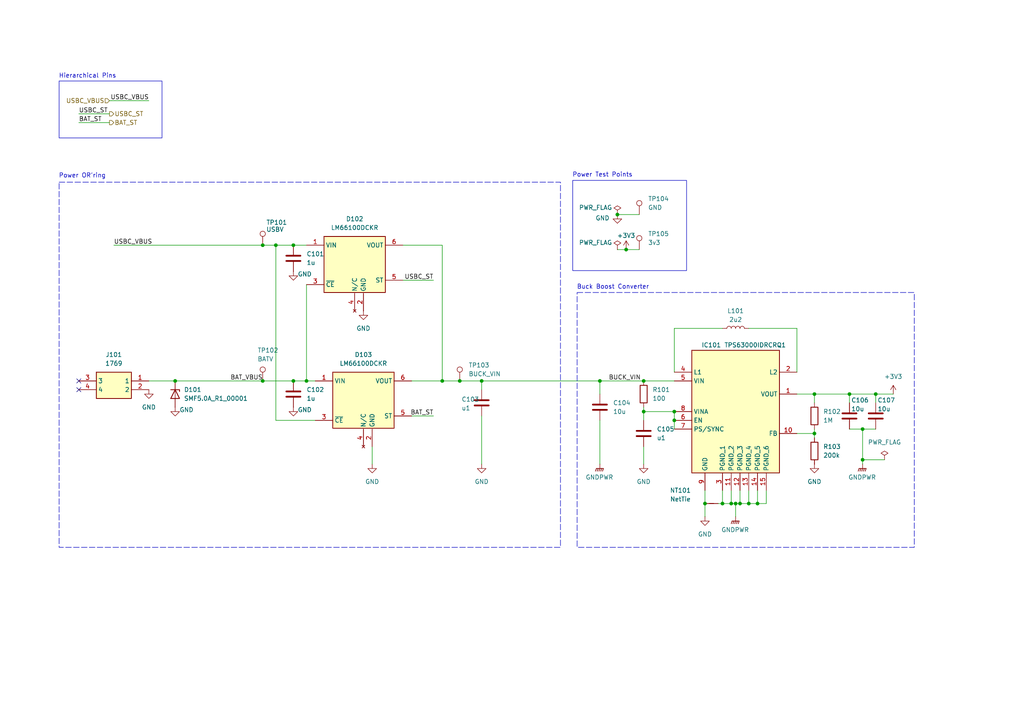
<source format=kicad_sch>
(kicad_sch (version 20250114) (generator "eeschema") (generator_version "9.0")
  (paper "A4")
  (lib_symbols
    (symbol "Connector:TestPoint" (pin_numbers (hide yes)) (pin_names (offset 0.762) (hide yes))
      (property "Reference" "TP" (at 0 6.858 0))
      (property "Value" "TestPoint" (at 0 5.08 0))
      (symbol "TestPoint_0_1"
        (circle (center 0 3.302) (radius 0.762))
      )
      (symbol "TestPoint_1_1"
        (pin passive line (at 0 0 90) (length 2.54) (name "1") (number "1"))
      )
    )
    (symbol "Device:C" (pin_numbers (hide yes)) (pin_names (offset 0.254))
      (property "Reference" "C" (at 0.635 2.54 0))
      (property "Value" "C" (at 0.635 -2.54 0))
      (symbol "C_0_1"
        (polyline (pts (xy -2.032 0.762) (xy 2.032 0.762)) (stroke (width 0.508)))
        (polyline (pts (xy -2.032 -0.762) (xy 2.032 -0.762)) (stroke (width 0.508)))
      )
      (symbol "C_1_1"
        (pin passive line (at 0 3.81 270) (length 2.794) (name "~") (number "1"))
        (pin passive line (at 0 -3.81 90) (length 2.794) (name "~") (number "2"))
      )
    )
    (symbol "Device:D_Zener" (pin_numbers (hide yes)) (pin_names (offset 1.016) (hide yes))
      (property "Reference" "D" (at 0 2.54 0))
      (property "Value" "D_Zener" (at 0 -2.54 0))
      (symbol "D_Zener_0_1"
        (polyline (pts (xy -1.27 -1.27) (xy -1.27 1.27) (xy -0.762 1.27)) (stroke (width 0.254)))
        (polyline (pts (xy 1.27 0) (xy -1.27 0)))
        (polyline (pts (xy 1.27 -1.27) (xy 1.27 1.27) (xy -1.27 0) (xy 1.27 -1.27)) (stroke (width 0.254)))
      )
      (symbol "D_Zener_1_1"
        (pin passive line (at -3.81 0 0) (length 2.54) (name "K") (number "1"))
        (pin passive line (at 3.81 0 180) (length 2.54) (name "A") (number "2"))
      )
    )
    (symbol "Device:L" (pin_numbers (hide yes)) (pin_names (offset 1.016) (hide yes))
      (property "Reference" "L" (at -1.27 0 90))
      (property "Value" "L" (at 1.905 0 90))
      (symbol "L_0_1"
        (arc (start 0 2.54) (mid 0.6323 1.905) (end 0 1.27))
        (arc (start 0 1.27) (mid 0.6323 0.635) (end 0 0))
        (arc (start 0 0) (mid 0.6323 -0.635) (end 0 -1.27))
        (arc (start 0 -1.27) (mid 0.6323 -1.905) (end 0 -2.54))
      )
      (symbol "L_1_1"
        (pin passive line (at 0 3.81 270) (length 1.27) (name "1") (number "1"))
        (pin passive line (at 0 -3.81 90) (length 1.27) (name "2") (number "2"))
      )
    )
    (symbol "Device:R" (pin_numbers (hide yes)) (pin_names (offset 0))
      (property "Reference" "R" (at 2.032 0 90))
      (property "Value" "R" (at 0 0 90))
      (symbol "R_0_1"
        (rectangle (start -1.016 -2.54) (end 1.016 2.54) (stroke (width 0.254)))
      )
      (symbol "R_1_1"
        (pin passive line (at 0 3.81 270) (length 1.27) (name "~") (number "1"))
        (pin passive line (at 0 -3.81 90) (length 1.27) (name "~") (number "2"))
      )
    )
    (symbol "SamacSys_Parts:1769"
      (property "Reference" "J" (at 16.51 7.62 0))
      (property "Value" "1769" (at 16.51 5.08 0))
      (symbol "1769_1_1"
        (rectangle (start 5.08 2.54) (end 15.24 -5.08) (stroke (width 0.254)) (fill (type background)))
        (pin passive line (at 0 0 0) (length 5.08) (name "3") (number "3"))
        (pin passive line (at 0 -2.54 0) (length 5.08) (name "4") (number "4"))
        (pin passive line (at 20.32 0 180) (length 5.08) (name "1") (number "1"))
        (pin passive line (at 20.32 -2.54 180) (length 5.08) (name "2") (number "2"))
      )
    )
    (symbol "SamacSys_Parts:LM66100DCKR"
      (property "Reference" "D" (at 24.13 7.62 0))
      (property "Value" "LM66100DCKR" (at 24.13 5.08 0))
      (symbol "LM66100DCKR_1_1"
        (rectangle (start 5.08 2.54) (end 22.86 -13.716) (stroke (width 0.254)) (fill (type background)))
        (pin passive line (at 0 0 0) (length 5.08) (name "VIN") (number "1"))
        (pin passive line (at 0 -11.43 0) (length 5.08) (name "~{CE}") (number "3"))
        (pin no_connect line (at 13.97 -19.05 90) (length 5.08) (name "N/C") (number "4"))
        (pin passive line (at 16.51 -19.05 90) (length 5.08) (name "GND") (number "2"))
        (pin passive line (at 27.94 0 180) (length 5.08) (name "VOUT") (number "6"))
        (pin passive line (at 27.94 -10.16 180) (length 5.08) (name "ST") (number "5"))
      )
    )
    (symbol "SamacSys_Parts:NetTie" (pin_numbers (hide yes)) (pin_names (offset 0) (hide yes)) (in_bom no)
      (property "Reference" "NT" (at -0.508 1.27 0))
      (property "Value" "NetTie" (at -0.508 -1.27 0))
      (symbol "NetTie_1_1"
        (pin passive line (at -2.54 0 0) (length 2.54) (name "1") (number "1"))
        (pin passive line (at 1.27 0 180) (length 2.54) (name "2") (number "2"))
      )
    )
    (symbol "SamacSys_Parts:TPS63000IDRCRQ1"
      (property "Reference" "IC" (at 8.89 17.272 0))
      (property "Value" "TPS63000IDRCRQ1" (at 8.89 14.732 0))
      (symbol "TPS63000IDRCRQ1_1_1"
        (rectangle (start 5.08 12.7) (end 30.48 -22.86) (stroke (width 0.254)) (fill (type background)))
        (pin passive line (at 0 6.35 0) (length 5.08) (name "L1") (number "4"))
        (pin passive line (at 0 3.81 0) (length 5.08) (name "VIN") (number "5"))
        (pin passive line (at 0 -5.08 0) (length 5.08) (name "VINA") (number "8"))
        (pin passive line (at 0 -7.62 0) (length 5.08) (name "EN") (number "6"))
        (pin passive line (at 0 -10.16 0) (length 5.08) (name "PS/SYNC") (number "7"))
        (pin passive line (at 8.89 -27.94 90) (length 5.08) (name "GND") (number "9"))
        (pin passive line (at 13.97 -27.94 90) (length 5.08) (name "PGND_1") (number "3"))
        (pin passive line (at 16.51 -27.94 90) (length 5.08) (name "PGND_2") (number "11"))
        (pin passive line (at 19.05 -27.94 90) (length 5.08) (name "PGND_3") (number "12"))
        (pin passive line (at 21.59 -27.94 90) (length 5.08) (name "PGND_4") (number "13"))
        (pin passive line (at 24.13 -27.94 90) (length 5.08) (name "PGND_5") (number "14"))
        (pin passive line (at 26.67 -27.94 90) (length 5.08) (name "PGND_6") (number "15"))
        (pin passive line (at 35.56 6.35 180) (length 5.08) (name "L2") (number "2"))
        (pin passive line (at 35.56 0 180) (length 5.08) (name "VOUT") (number "1"))
        (pin passive line (at 35.56 -11.43 180) (length 5.08) (name "FB") (number "10"))
      )
    )
    (symbol "power:+3V3" (power) (pin_numbers (hide yes)) (pin_names (offset 0) (hide yes))
      (property "Value" "+3V3" (at 0 3.556 0))
      (symbol "+3V3_0_1"
        (polyline (pts (xy -0.762 1.27) (xy 0 2.54)))
        (polyline (pts (xy 0 2.54) (xy 0.762 1.27)))
        (polyline (pts (xy 0 0) (xy 0 2.54)))
      )
      (symbol "+3V3_1_1"
        (pin power_in line (at 0 0 90) (length 0) (name "~") (number "1"))
      )
    )
    (symbol "power:GND" (power) (pin_numbers (hide yes)) (pin_names (offset 0) (hide yes))
      (property "Value" "GND" (at 0 -3.81 0))
      (symbol "GND_0_1"
        (polyline (pts (xy 0 0) (xy 0 -1.27) (xy 1.27 -1.27) (xy 0 -2.54) (xy -1.27 -1.27) (xy 0 -1.27)))
      )
      (symbol "GND_1_1"
        (pin power_in line (at 0 0 270) (length 0) (name "~") (number "1"))
      )
    )
    (symbol "power:GNDPWR" (power) (pin_numbers (hide yes)) (pin_names (offset 0) (hide yes))
      (property "Value" "GNDPWR" (at 0 -3.302 0))
      (symbol "GNDPWR_0_1"
        (polyline (pts (xy -1.016 -1.27) (xy -1.27 -2.032) (xy -1.27 -2.032)) (stroke (width 0.2032)))
        (polyline (pts (xy -0.508 -1.27) (xy -0.762 -2.032) (xy -0.762 -2.032)) (stroke (width 0.2032)))
        (polyline (pts (xy 0 -1.27) (xy 0 0)))
        (polyline (pts (xy 0 -1.27) (xy -0.254 -2.032) (xy -0.254 -2.032)) (stroke (width 0.2032)))
        (polyline (pts (xy 0.508 -1.27) (xy 0.254 -2.032) (xy 0.254 -2.032)) (stroke (width 0.2032)))
        (polyline (pts (xy 1.016 -1.27) (xy -1.016 -1.27) (xy -1.016 -1.27)) (stroke (width 0.2032)))
        (polyline (pts (xy 1.016 -1.27) (xy 0.762 -2.032) (xy 0.762 -2.032) (xy 0.762 -2.032)) (stroke (width 0.2032)))
      )
      (symbol "GNDPWR_1_1"
        (pin power_in line (at 0 0 270) (length 0) (name "~") (number "1"))
      )
    )
    (symbol "power:PWR_FLAG" (power) (pin_numbers (hide yes)) (pin_names (offset 0) (hide yes))
      (property "Value" "PWR_FLAG" (at 0 3.81 0))
      (symbol "PWR_FLAG_0_0"
        (pin power_out line (at 0 0 90) (length 0) (name "~") (number "1"))
      )
      (symbol "PWR_FLAG_0_1"
        (polyline (pts (xy 0 0) (xy 0 1.27) (xy -1.016 1.905) (xy 0 2.54) (xy 1.016 1.905) (xy 0 1.27)))
      )
    )
  )
  (rectangle (start 167.386 84.836) (end 265.176 158.75) (stroke (width 0) (type dash)))
  (rectangle (start 17.145 52.832) (end 162.56 158.75) (stroke (width 0) (type dash)))
  (rectangle (start 17.145 23.495) (end 46.99 40.005))
  (rectangle (start 166.116 52.324) (end 199.136 78.486))
  (text "Power Test Points" (at 174.752 50.8 0) (effects (font (size 1.27 1.27))))
  (text "Buck Boost Converter" (at 177.8 83.312 0) (effects (font (size 1.27 1.27))))
  (text "Power OR'ring" (at 23.876 51.054 0) (effects (font (size 1.27 1.27))))
  (text "Hierarchical Pins" (at 25.4 22.098 0) (effects (font (size 1.27 1.27))))
  (junction (at 181.61 72.39))
  (junction (at 186.69 110.49))
  (junction (at 214.63 146.05))
  (junction (at 250.19 133.35))
  (junction (at 128.27 110.49))
  (junction (at 254 114.3))
  (junction (at 213.36 146.05))
  (junction (at 236.22 125.73))
  (junction (at 139.7 110.49))
  (junction (at 219.71 146.05))
  (junction (at 133.35 110.49))
  (junction (at 179.07 62.23))
  (junction (at 236.22 114.3))
  (junction (at 209.55 146.05))
  (junction (at 204.47 146.05))
  (junction (at 246.38 114.3))
  (junction (at 85.09 110.49))
  (junction (at 195.58 121.92))
  (junction (at 186.69 119.38))
  (junction (at 76.2 71.12))
  (junction (at 50.8 110.49))
  (junction (at 88.9 110.49))
  (junction (at 173.99 110.49))
  (junction (at 250.19 124.46))
  (junction (at 76.2 110.49))
  (junction (at 80.01 71.12))
  (junction (at 212.09 146.05))
  (junction (at 217.17 146.05))
  (junction (at 195.58 119.38))
  (junction (at 85.09 71.12))
  (no_connect (at 22.86 110.49))
  (no_connect (at 22.86 113.03))
  (wire (pts (xy 181.61 72.39) (xy 185.42 72.39)))
  (wire (pts (xy 186.69 110.49) (xy 195.58 110.49)))
  (wire (pts (xy 254 114.3) (xy 254 116.84)))
  (wire (pts (xy 214.63 146.05) (xy 217.17 146.05)))
  (wire (pts (xy 128.27 71.12) (xy 128.27 110.49)))
  (wire (pts (xy 250.19 134.62) (xy 250.19 133.35)))
  (wire (pts (xy 204.47 142.24) (xy 204.47 146.05)))
  (wire (pts (xy 88.9 82.55) (xy 88.9 110.49)))
  (wire (pts (xy 250.19 124.46) (xy 254 124.46)))
  (wire (pts (xy 85.09 110.49) (xy 88.9 110.49)))
  (wire (pts (xy 195.58 95.25) (xy 195.58 107.95)))
  (wire (pts (xy 22.86 35.56) (xy 31.75 35.56)))
  (wire (pts (xy 195.58 119.38) (xy 186.69 119.38)))
  (wire (pts (xy 209.55 95.25) (xy 195.58 95.25)))
  (wire (pts (xy 212.09 146.05) (xy 209.55 146.05)))
  (wire (pts (xy 231.14 125.73) (xy 236.22 125.73)))
  (wire (pts (xy 80.01 121.92) (xy 91.44 121.92)))
  (wire (pts (xy 119.38 110.49) (xy 128.27 110.49)))
  (wire (pts (xy 139.7 120.65) (xy 139.7 134.62)))
  (wire (pts (xy 246.38 124.46) (xy 250.19 124.46)))
  (wire (pts (xy 213.36 146.05) (xy 212.09 146.05)))
  (wire (pts (xy 236.22 124.46) (xy 236.22 125.73)))
  (wire (pts (xy 236.22 114.3) (xy 246.38 114.3)))
  (wire (pts (xy 179.07 62.23) (xy 185.42 62.23)))
  (wire (pts (xy 76.2 110.49) (xy 85.09 110.49)))
  (wire (pts (xy 50.8 110.49) (xy 76.2 110.49)))
  (wire (pts (xy 236.22 114.3) (xy 231.14 114.3)))
  (wire (pts (xy 212.09 146.05) (xy 212.09 142.24)))
  (wire (pts (xy 80.01 121.92) (xy 80.01 71.12)))
  (wire (pts (xy 236.22 116.84) (xy 236.22 114.3)))
  (wire (pts (xy 236.22 125.73) (xy 236.22 127)))
  (wire (pts (xy 85.09 71.12) (xy 88.9 71.12)))
  (wire (pts (xy 22.86 33.02) (xy 31.75 33.02)))
  (wire (pts (xy 88.9 110.49) (xy 91.44 110.49)))
  (wire (pts (xy 186.69 119.38) (xy 186.69 121.92)))
  (wire (pts (xy 208.28 146.05) (xy 209.55 146.05)))
  (wire (pts (xy 219.71 146.05) (xy 219.71 142.24)))
  (wire (pts (xy 209.55 146.05) (xy 209.55 142.24)))
  (wire (pts (xy 214.63 146.05) (xy 214.63 142.24)))
  (wire (pts (xy 43.18 110.49) (xy 50.8 110.49)))
  (wire (pts (xy 213.36 146.05) (xy 214.63 146.05)))
  (wire (pts (xy 186.69 134.62) (xy 186.69 129.54)))
  (wire (pts (xy 254 114.3) (xy 259.08 114.3)))
  (wire (pts (xy 116.84 81.28) (xy 125.73 81.28)))
  (wire (pts (xy 128.27 71.12) (xy 116.84 71.12)))
  (wire (pts (xy 80.01 71.12) (xy 85.09 71.12)))
  (wire (pts (xy 186.69 118.11) (xy 186.69 119.38)))
  (wire (pts (xy 250.19 133.35) (xy 250.19 124.46)))
  (wire (pts (xy 179.07 72.39) (xy 181.61 72.39)))
  (wire (pts (xy 231.14 107.95) (xy 231.14 95.25)))
  (wire (pts (xy 173.99 134.62) (xy 173.99 121.92)))
  (wire (pts (xy 222.25 146.05) (xy 219.71 146.05)))
  (wire (pts (xy 133.35 110.49) (xy 139.7 110.49)))
  (wire (pts (xy 173.99 110.49) (xy 186.69 110.49)))
  (wire (pts (xy 119.38 120.65) (xy 125.73 120.65)))
  (wire (pts (xy 217.17 146.05) (xy 219.71 146.05)))
  (wire (pts (xy 195.58 121.92) (xy 195.58 124.46)))
  (wire (pts (xy 250.19 133.35) (xy 256.54 133.35)))
  (wire (pts (xy 43.18 29.21) (xy 31.75 29.21)))
  (wire (pts (xy 246.38 114.3) (xy 254 114.3)))
  (wire (pts (xy 139.7 110.49) (xy 173.99 110.49)))
  (wire (pts (xy 246.38 116.84) (xy 246.38 114.3)))
  (wire (pts (xy 217.17 146.05) (xy 217.17 142.24)))
  (wire (pts (xy 107.95 134.62) (xy 107.95 129.54)))
  (wire (pts (xy 128.27 110.49) (xy 133.35 110.49)))
  (wire (pts (xy 222.25 142.24) (xy 222.25 146.05)))
  (wire (pts (xy 173.99 114.3) (xy 173.99 110.49)))
  (wire (pts (xy 231.14 95.25) (xy 217.17 95.25)))
  (wire (pts (xy 76.2 71.12) (xy 80.01 71.12)))
  (wire (pts (xy 204.47 146.05) (xy 204.47 149.86)))
  (wire (pts (xy 33.02 71.12) (xy 76.2 71.12)))
  (wire (pts (xy 139.7 113.03) (xy 139.7 110.49)))
  (wire (pts (xy 195.58 119.38) (xy 195.58 121.92)))
  (wire (pts (xy 213.36 146.05) (xy 213.36 149.86)))
  (label "BAT_ST" (at 22.86 35.56 0))
  (label "BAT_VBUS" (at 76.2 110.49 180))
  (label "USBC_VBUS" (at 43.18 29.21 180))
  (label "USBC_ST" (at 125.73 81.28 180))
  (label "USBC_ST" (at 22.86 33.02 0))
  (label "BUCK_VIN" (at 176.53 110.49 0))
  (label "BAT_ST" (at 125.73 120.65 180))
  (label "USBC_VBUS" (at 33.02 71.12 0))
  (hierarchical_label "USBC_VBUS" (shape input) (at 31.75 29.21 180))
  (hierarchical_label "BAT_ST" (shape output) (at 31.75 35.56 0))
  (hierarchical_label "USBC_ST" (shape output) (at 31.75 33.02 0))
  (symbol (lib_id "power:GND") (at 85.09 78.74 0) (unit 1)
    (property "Reference" "#PWR0107" (effects (hide yes)))
    (property "Value" "GND" (at 88.392 79.502 0))
    (property "Description" "Power symbol creates a global label with name \"GND\" , ground" (effects (hide yes)))
  )
  (symbol (lib_id "power:PWR_FLAG") (at 179.07 62.23 0) (unit 1)
    (property "Reference" "#FLG0101" (effects (hide yes)))
    (property "Value" "PWR_FLAG" (at 172.72 60.198 0))
    (property "Description" "Special symbol for telling ERC where power comes from" (effects (hide yes)))
  )
  (symbol (lib_id "power:GND") (at 50.8 118.11 0) (unit 1)
    (property "Reference" "#PWR0106" (effects (hide yes)))
    (property "Value" "GND" (at 54.102 118.872 0))
    (property "Description" "Power symbol creates a global label with name \"GND\" , ground" (effects (hide yes)))
  )
  (symbol (lib_id "Connector:TestPoint") (at 185.42 62.23 0) (unit 1)
    (property "Reference" "TP104" (at 187.96 57.6579 0) (effects (justify left)))
    (property "Value" "GND" (at 187.96 60.1979 0) (effects (justify left)))
    (property "Footprint" "TestPoint:TestPoint_Pad_1.0x1.0mm" (effects (hide yes)))
    (property "Description" "test point" (effects (hide yes)))
  )
  (symbol (lib_id "Device:R") (at 236.22 120.65 0) (unit 1)
    (property "Reference" "R102" (at 238.76 119.3799 0) (effects (justify left)))
    (property "Value" "1M" (at 238.76 121.9199 0) (effects (justify left)))
    (property "Footprint" "Resistor_SMD:R_0603_1608Metric" (effects (hide yes)))
    (property "Datasheet" "https://www.rohm.com/datasheet?p=SFR03EZPJ&dist=Mouser&media=referral&source=mouser.com&campaign=Mouser" (effects (hide yes)))
    (property "Description" "Resistor" (effects (hide yes)))
    (property "Mouser Part Number" "755-SFR03EZPJ105" (effects (hide yes)))
    (property "Mouser Price/Stock" "https://www.mouser.com/ProductDetail/ROHM-Semiconductor/SFR03EZPJ105?qs=sGAEpiMZZMvdGkrng054t7z4BkURc4Lzl1WyxFadKNwUJSL%2FdgazDw%3D%3D" (effects (hide yes)))
  )
  (symbol (lib_id "power:GND") (at 85.09 118.11 0) (unit 1)
    (property "Reference" "#PWR0108" (effects (hide yes)))
    (property "Value" "GND" (at 88.392 118.872 0))
    (property "Description" "Power symbol creates a global label with name \"GND\" , ground" (effects (hide yes)))
  )
  (symbol (lib_id "Device:R") (at 186.69 114.3 0) (unit 1)
    (property "Reference" "R101" (at 189.23 113.0299 0) (effects (justify left)))
    (property "Value" "100" (at 189.23 115.5699 0) (effects (justify left)))
    (property "Footprint" "SamacSys_Parts:RESC1608X55N" (effects (hide yes)))
    (property "Datasheet" "https://componentsearchengine.com//ESR03EZPF1000.pdf" (effects (hide yes)))
    (property "Description" "Thick Film Resistors - SMD 0603 100ohm 1% Anti Surge AEC-Q200" (effects (hide yes)))
    (property "Height" "0.55" (effects (hide yes)))
    (property "Mouser Part Number" "755-ESR03EZPF1000" (effects (hide yes)))
    (property "Mouser Price/Stock" "https://www.mouser.co.uk/ProductDetail/ROHM-Semiconductor/ESR03EZPF1000?qs=493kPxzlxfJdLkJZpX4ByA%3D%3D" (effects (hide yes)))
    (property "Manufacturer_Name" "ROHM Semiconductor" (effects (hide yes)))
    (property "Manufacturer_Part_Number" "ESR03EZPF1000" (effects (hide yes)))
  )
  (symbol (lib_id "power:GND") (at 105.41 90.17 0) (unit 1)
    (property "Reference" "#PWR0109" (effects (hide yes)))
    (property "Value" "GND" (at 105.41 95.25 0))
    (property "Description" "Power symbol creates a global label with name \"GND\" , ground" (effects (hide yes)))
  )
  (symbol (lib_id "power:GND") (at 43.18 113.03 0) (unit 1)
    (property "Reference" "#PWR0105" (effects (hide yes)))
    (property "Value" "GND" (at 43.18 118.11 0))
    (property "Description" "Power symbol creates a global label with name \"GND\" , ground" (effects (hide yes)))
  )
  (symbol (lib_id "Device:C") (at 85.09 74.93 0) (unit 1)
    (property "Reference" "C101" (at 88.9 73.6599 0) (effects (justify left)))
    (property "Value" "1u" (at 88.9 76.1999 0) (effects (justify left)))
    (property "Footprint" "SamacSys_Parts:CAPC2012X135N" (effects (hide yes)))
    (property "Description" "Unpolarized capacitor" (effects (hide yes)))
    (property "Height" "1.35" (effects (hide yes)))
    (property "Mouser Part Number" "791-0805X105K160CT" (effects (hide yes)))
    (property "Mouser Price/Stock" "https://www.mouser.co.uk/ProductDetail/Walsin/0805X105K160CT?qs=wUXugUrL1qxMXFrDyyDE9A%3D%3D" (effects (hide yes)))
    (property "Manufacturer_Name" "Walsin Technology Corporation" (effects (hide yes)))
    (property "Manufacturer_Part_Number" "0805X105K160CT" (effects (hide yes)))
  )
  (symbol (lib_id "power:GND") (at 179.07 62.23 0) (unit 1)
    (property "Reference" "#PWR0113" (effects (hide yes)))
    (property "Value" "GND" (at 174.752 63.246 0))
    (property "Description" "Power symbol creates a global label with name \"GND\" , ground" (effects (hide yes)))
  )
  (symbol (lib_id "power:GNDPWR") (at 250.19 134.62 0) (unit 1)
    (property "Reference" "#PWR0119" (effects (hide yes)))
    (property "Value" "GNDPWR" (at 250.063 138.43 0))
    (property "Description" "Power symbol creates a global label with name \"GNDPWR\" , global ground" (effects (hide yes)))
  )
  (symbol (lib_id "Connector:TestPoint") (at 76.2 110.49 0) (unit 1)
    (property "Reference" "TP102" (at 74.676 101.6 0) (effects (justify left)))
    (property "Value" "BATV" (at 74.676 104.14 0) (effects (justify left)))
    (property "Footprint" "TestPoint:TestPoint_Pad_1.0x1.0mm" (effects (hide yes)))
    (property "Description" "test point" (effects (hide yes)))
  )
  (symbol (lib_id "power:GND") (at 107.95 134.62 0) (unit 1)
    (property "Reference" "#PWR0110" (effects (hide yes)))
    (property "Value" "GND" (at 107.95 139.7 0))
    (property "Description" "Power symbol creates a global label with name \"GND\" , ground" (effects (hide yes)))
  )
  (symbol (lib_id "Device:C") (at 139.7 116.84 0) (unit 1)
    (property "Reference" "C103" (at 133.858 115.824 0) (effects (justify left)))
    (property "Value" "u1" (at 133.858 118.364 0) (effects (justify left)))
    (property "Footprint" "SamacSys_Parts:MAJx16" (effects (hide yes)))
    (property "Description" "Unpolarized capacitor" (effects (hide yes)))
    (property "Manufacturer_Name" "TAIYO YUDEN" (effects (hide yes)))
    (property "Manufacturer_Part_Number" "MAJCH168BB7104KTEA01" (effects (hide yes)))
    (property "Mouser Part Number" "963-MAJCH168BB7104KT" (effects (hide yes)))
    (property "Mouser Price/Stock" "https://www.mouser.co.uk/ProductDetail/TAIYO-YUDEN/MAJCH168BB7104KTEA01?qs=ZcfC38r4PovaTBrG0IdezQ%3D%3D" (effects (hide yes)))
  )
  (symbol (lib_id "power:PWR_FLAG") (at 256.54 133.35 0) (unit 1)
    (property "Reference" "#FLG0103" (effects (hide yes)))
    (property "Value" "PWR_FLAG" (at 256.54 128.27 0))
    (property "Description" "Special symbol for telling ERC where power comes from" (effects (hide yes)))
  )
  (symbol (lib_id "SamacSys_Parts:LM66100DCKR") (at 88.9 71.12 0) (unit 1)
    (property "Reference" "D102" (at 102.87 63.5 0))
    (property "Value" "LM66100DCKR" (at 102.87 66.04 0))
    (property "Footprint" "SamacSys_Parts:SOP65P210X110-6N" (effects (hide yes)))
    (property "Datasheet" "http://www.ti.com/lit/gpn/LM66100" (effects (hide yes)))
    (property "Description" "+/-6-V, Low IQ ideal diode with input polarity protection" (effects (hide yes)))
    (property "Height" "1.1" (effects (hide yes)))
    (property "Mouser Part Number" "595-LM66100DCKR" (effects (hide yes)))
    (property "Mouser Price/Stock" "https://www.mouser.co.uk/ProductDetail/Texas-Instruments/LM66100DCKR?qs=vLWxofP3U2y2yPPrXoBBoA%3D%3D" (effects (hide yes)))
    (property "Manufacturer_Name" "Texas Instruments" (effects (hide yes)))
    (property "Manufacturer_Part_Number" "LM66100DCKR" (effects (hide yes)))
  )
  (symbol (lib_id "power:PWR_FLAG") (at 179.07 72.39 0) (unit 1)
    (property "Reference" "#FLG0102" (effects (hide yes)))
    (property "Value" "PWR_FLAG" (at 172.72 70.358 0))
    (property "Description" "Special symbol for telling ERC where power comes from" (effects (hide yes)))
  )
  (symbol (lib_id "power:GND") (at 236.22 134.62 0) (unit 1)
    (property "Reference" "#PWR0118" (effects (hide yes)))
    (property "Value" "GND" (at 236.22 139.7 0))
    (property "Description" "Power symbol creates a global label with name \"GND\" , ground" (effects (hide yes)))
  )
  (symbol (lib_id "Device:C") (at 85.09 114.3 0) (unit 1)
    (property "Reference" "C102" (at 88.9 113.0299 0) (effects (justify left)))
    (property "Value" "1u" (at 88.9 115.5699 0) (effects (justify left)))
    (property "Footprint" "SamacSys_Parts:CAPC2012X135N" (effects (hide yes)))
    (property "Description" "Unpolarized capacitor" (effects (hide yes)))
    (property "Height" "1.35" (effects (hide yes)))
    (property "Mouser Part Number" "791-0805X105K160CT" (effects (hide yes)))
    (property "Mouser Price/Stock" "https://www.mouser.co.uk/ProductDetail/Walsin/0805X105K160CT?qs=wUXugUrL1qxMXFrDyyDE9A%3D%3D" (effects (hide yes)))
    (property "Manufacturer_Name" "Walsin Technology Corporation" (effects (hide yes)))
    (property "Manufacturer_Part_Number" "0805X105K160CT" (effects (hide yes)))
  )
  (symbol (lib_id "Device:C") (at 246.38 120.65 0) (unit 1)
    (property "Reference" "C106" (at 246.888 116.078 0) (effects (justify left)))
    (property "Value" "10u" (at 246.888 118.618 0) (effects (justify left)))
    (property "Footprint" "SamacSys_Parts:CAPC1608X80N" (effects (hide yes)))
    (property "Datasheet" "https://product.tdk.com/info/en/catalog/datasheets/mlcc_commercial_midvoltage_en.pdf" (effects (hide yes)))
    (property "Description" "Multilayer Ceramic Capacitors MLCC - SMD/SMT Commercial Grade,MLCC,0603,X7T,10V,10uF,+/-20%,0.8mm" (effects (hide yes)))
    (property "Height" "0.8" (effects (hide yes)))
    (property "Mouser Part Number" "810-C1608X7T1A106M08" (effects (hide yes)))
    (property "Mouser Price/Stock" "https://www.mouser.co.uk/ProductDetail/TDK/C1608X7T1A106M080AC?qs=Vi0JKjFBtYk5DbkZB9qYvg%3D%3D" (effects (hide yes)))
    (property "Manufacturer_Name" "TDK" (effects (hide yes)))
    (property "Manufacturer_Part_Number" "C1608X7T1A106M080AC" (effects (hide yes)))
  )
  (symbol (lib_id "Connector:TestPoint") (at 76.2 71.12 0) (unit 1)
    (property "Reference" "TP101" (at 77.216 64.516 0) (effects (justify left)))
    (property "Value" "USBV" (at 77.216 66.548 0) (effects (justify left)))
    (property "Footprint" "TestPoint:TestPoint_Pad_1.0x1.0mm" (effects (hide yes)))
    (property "Description" "test point" (effects (hide yes)))
  )
  (symbol (lib_id "power:GNDPWR") (at 213.36 149.86 0) (unit 1)
    (property "Reference" "#PWR0117" (effects (hide yes)))
    (property "Value" "GNDPWR" (at 213.233 153.67 0))
    (property "Description" "Power symbol creates a global label with name \"GNDPWR\" , global ground" (effects (hide yes)))
  )
  (symbol (lib_id "power:GND") (at 204.47 149.86 0) (unit 1)
    (property "Reference" "#PWR0116" (effects (hide yes)))
    (property "Value" "GND" (at 204.47 154.94 0))
    (property "Description" "Power symbol creates a global label with name \"GND\" , ground" (effects (hide yes)))
  )
  (symbol (lib_id "Device:D_Zener") (at 50.8 114.3 270) (unit 1)
    (property "Reference" "D101" (at 53.34 113.0299 90) (effects (justify left)))
    (property "Value" "SMF5.0A_R1_00001" (at 53.34 115.5699 90) (effects (justify left)))
    (property "Footprint" "SamacSys_Parts:SMF50A_R1_00001" (effects (hide yes)))
    (property "Datasheet" "https://www.mouser.in/datasheet/2/1057/SMF5.0A_SERIES-1868418.pdf" (effects (hide yes)))
    (property "Description" "ESD Suppressors / TVS Diodes 200W,Transient Voltage Suppressors,SOD-123FL,5V,UNI" (effects (hide yes)))
    (property "Height" "1.1" (effects (hide yes)))
    (property "Mouser Part Number" "241-SMF5.0A_R1_00001" (effects (hide yes)))
    (property "Mouser Price/Stock" "https://www.mouser.co.uk/ProductDetail/Panjit/SMF5.0A_R1_00001?qs=sPbYRqrBIVlx%2FHVv%252BUyL%252BQ%3D%3D" (effects (hide yes)))
    (property "Manufacturer_Name" "PANJIT" (effects (hide yes)))
    (property "Manufacturer_Part_Number" "SMF5.0A_R1_00001" (effects (hide yes)))
  )
  (symbol (lib_id "power:GND") (at 139.7 134.62 0) (unit 1)
    (property "Reference" "#PWR0111" (effects (hide yes)))
    (property "Value" "GND" (at 139.7 139.7 0))
    (property "Description" "Power symbol creates a global label with name \"GND\" , ground" (effects (hide yes)))
  )
  (symbol (lib_id "power:GNDPWR") (at 173.99 134.62 0) (unit 1)
    (property "Reference" "#PWR0112" (effects (hide yes)))
    (property "Value" "GNDPWR" (at 173.863 138.43 0))
    (property "Description" "Power symbol creates a global label with name \"GNDPWR\" , global ground" (effects (hide yes)))
  )
  (symbol (lib_id "SamacSys_Parts:1769") (at 22.86 110.49 0) (unit 1)
    (property "Reference" "J101" (at 33.02 102.87 0))
    (property "Value" "1769" (at 33.02 105.41 0))
    (property "Footprint" "SamacSys_Parts:1769" (effects (hide yes)))
    (property "Datasheet" "https://cdn-shop.adafruit.com/datasheets/17311.pdf" (effects (hide yes)))
    (property "Description" "Adafruit Accessories JST-PH 2-pin SMT Right Angle Connect" (effects (hide yes)))
    (property "Height" "5.5" (effects (hide yes)))
    (property "Mouser Part Number" "485-1769" (effects (hide yes)))
    (property "Mouser Price/Stock" "https://www.mouser.co.uk/ProductDetail/Adafruit/1769?qs=GURawfaeGuBbgoGtf2XstA%3D%3D" (effects (hide yes)))
    (property "Manufacturer_Name" "Adafruit" (effects (hide yes)))
    (property "Manufacturer_Part_Number" "1769" (effects (hide yes)))
  )
  (symbol (lib_id "power:+3V3") (at 181.61 72.39 0) (unit 1)
    (property "Reference" "#PWR0114" (effects (hide yes)))
    (property "Value" "+3V3" (at 181.61 68.326 0))
    (property "Description" "Power symbol creates a global label with name \"+3V3\"" (effects (hide yes)))
  )
  (symbol (lib_id "SamacSys_Parts:LM66100DCKR") (at 91.44 110.49 0) (unit 1)
    (property "Reference" "D103" (at 105.41 102.87 0))
    (property "Value" "LM66100DCKR" (at 105.41 105.41 0))
    (property "Footprint" "SamacSys_Parts:SOP65P210X110-6N" (effects (hide yes)))
    (property "Datasheet" "http://www.ti.com/lit/gpn/LM66100" (effects (hide yes)))
    (property "Description" "+/-6-V, Low IQ ideal diode with input polarity protection" (effects (hide yes)))
    (property "Height" "1.1" (effects (hide yes)))
    (property "Mouser Part Number" "595-LM66100DCKR" (effects (hide yes)))
    (property "Mouser Price/Stock" "https://www.mouser.co.uk/ProductDetail/Texas-Instruments/LM66100DCKR?qs=vLWxofP3U2y2yPPrXoBBoA%3D%3D" (effects (hide yes)))
    (property "Manufacturer_Name" "Texas Instruments" (effects (hide yes)))
    (property "Manufacturer_Part_Number" "LM66100DCKR" (effects (hide yes)))
  )
  (symbol (lib_id "Device:R") (at 236.22 130.81 0) (unit 1)
    (property "Reference" "R103" (at 238.76 129.5399 0) (effects (justify left)))
    (property "Value" "200k" (at 238.76 132.0799 0) (effects (justify left)))
    (property "Footprint" "SamacSys_Parts:RESC1608X55N" (effects (hide yes)))
    (property "Description" "Resistor" (effects (hide yes)))
    (property "Height" "0.55" (effects (hide yes)))
    (property "Mouser Part Number" "755-KTR03EZPJ204" (effects (hide yes)))
    (property "Mouser Price/Stock" "https://www.mouser.co.uk/ProductDetail/ROHM-Semiconductor/KTR03EZPJ204/?qs=Z4wLSx0Y7o6%252BvYvmMYyPcw%3D%3D" (effects (hide yes)))
    (property "Manufacturer_Name" "ROHM Semiconductor" (effects (hide yes)))
    (property "Manufacturer_Part_Number" "KTR03EZPJ204" (effects (hide yes)))
  )
  (symbol (lib_id "power:+3V3") (at 259.08 114.3 0) (unit 1)
    (property "Reference" "#PWR0120" (effects (hide yes)))
    (property "Value" "+3V3" (at 259.08 109.22 0))
    (property "Description" "Power symbol creates a global label with name \"+3V3\"" (effects (hide yes)))
  )
  (symbol (lib_id "power:GND") (at 186.69 134.62 0) (unit 1)
    (property "Reference" "#PWR0115" (effects (hide yes)))
    (property "Value" "GND" (at 186.69 139.7 0))
    (property "Description" "Power symbol creates a global label with name \"GND\" , ground" (effects (hide yes)))
  )
  (symbol (lib_id "Connector:TestPoint") (at 133.35 110.49 0) (unit 1)
    (property "Reference" "TP103" (at 135.89 105.9179 0) (effects (justify left)))
    (property "Value" "BUCK_VIN" (at 135.89 108.4579 0) (effects (justify left)))
    (property "Footprint" "TestPoint:TestPoint_Pad_1.0x1.0mm" (effects (hide yes)))
    (property "Description" "test point" (effects (hide yes)))
  )
  (symbol (lib_id "Connector:TestPoint") (at 185.42 72.39 0) (unit 1)
    (property "Reference" "TP105" (at 187.96 67.8179 0) (effects (justify left)))
    (property "Value" "3v3" (at 187.96 70.3579 0) (effects (justify left)))
    (property "Footprint" "TestPoint:TestPoint_Pad_1.0x1.0mm" (effects (hide yes)))
    (property "Description" "test point" (effects (hide yes)))
  )
  (symbol (lib_id "SamacSys_Parts:NetTie") (at 207.01 146.05 0) (unit 1) (in_bom no)
    (property "Reference" "NT101" (at 197.358 142.24 0))
    (property "Value" "NetTie" (at 197.358 144.78 0))
    (property "Footprint" "NetTie:NetTie-2_SMD_Pad0.5mm" (effects (hide yes)))
    (property "Description" "Net tie, 2 pins" (effects (hide yes)))
  )
  (symbol (lib_id "Device:L") (at 213.36 95.25 90) (unit 1)
    (property "Reference" "L101" (at 213.36 90.17 90))
    (property "Value" "2u2" (at 213.36 92.71 90))
    (property "Footprint" "SamacSys_Parts:NRS3015T2R2MNGHV" (effects (hide yes)))
    (property "Description" "Inductor" (effects (hide yes)))
    (property "Height" "1.5" (effects (hide yes)))
    (property "Mouser Part Number" "963-NRS3015T2R2MNGHV" (effects (hide yes)))
    (property "Mouser Price/Stock" "https://www.mouser.co.uk/ProductDetail/TAIYO-YUDEN/NRS3015T2R2MNGHV?qs=DpxmIIQLg%252BP8UFyXVw61Xw%3D%3D" (effects (hide yes)))
    (property "Manufacturer_Name" "TAIYO YUDEN" (effects (hide yes)))
    (property "Manufacturer_Part_Number" "NRS3015T2R2MNGHV" (effects (hide yes)))
  )
  (symbol (lib_id "Device:C") (at 186.69 125.73 0) (unit 1)
    (property "Reference" "C105" (at 190.5 124.4599 0) (effects (justify left)))
    (property "Value" "u1" (at 190.5 126.9999 0) (effects (justify left)))
    (property "Footprint" "SamacSys_Parts:MAJx16" (effects (hide yes)))
    (property "Description" "Unpolarized capacitor" (effects (hide yes)))
    (property "Manufacturer_Name" "TAIYO YUDEN" (effects (hide yes)))
    (property "Manufacturer_Part_Number" "MAJCH168BB7104KTEA01" (effects (hide yes)))
    (property "Mouser Part Number" "963-MAJCH168BB7104KT" (effects (hide yes)))
    (property "Mouser Price/Stock" "https://www.mouser.co.uk/ProductDetail/TAIYO-YUDEN/MAJCH168BB7104KTEA01?qs=ZcfC38r4PovaTBrG0IdezQ%3D%3D" (effects (hide yes)))
  )
  (symbol (lib_id "Device:C") (at 254 120.65 0) (unit 1)
    (property "Reference" "C107" (at 254.508 116.078 0) (effects (justify left)))
    (property "Value" "10u" (at 254.508 118.618 0) (effects (justify left)))
    (property "Footprint" "SamacSys_Parts:CAPC1608X80N" (effects (hide yes)))
    (property "Datasheet" "https://product.tdk.com/info/en/catalog/datasheets/mlcc_commercial_midvoltage_en.pdf" (effects (hide yes)))
    (property "Description" "Multilayer Ceramic Capacitors MLCC - SMD/SMT Commercial Grade,MLCC,0603,X7T,10V,10uF,+/-20%,0.8mm" (effects (hide yes)))
    (property "Height" "0.8" (effects (hide yes)))
    (property "Mouser Part Number" "810-C1608X7T1A106M08" (effects (hide yes)))
    (property "Mouser Price/Stock" "https://www.mouser.co.uk/ProductDetail/TDK/C1608X7T1A106M080AC?qs=Vi0JKjFBtYk5DbkZB9qYvg%3D%3D" (effects (hide yes)))
    (property "Manufacturer_Name" "TDK" (effects (hide yes)))
    (property "Manufacturer_Part_Number" "C1608X7T1A106M080AC" (effects (hide yes)))
  )
  (symbol (lib_id "SamacSys_Parts:TPS63000IDRCRQ1") (at 195.58 114.3 0) (unit 1)
    (property "Reference" "IC101" (at 203.454 100.076 0) (effects (justify left)))
    (property "Value" "TPS63000IDRCRQ1" (at 210.058 100.076 0) (effects (justify left)))
    (property "Footprint" "SamacSys_Parts:TPS63000IDRCRQ1" (effects (hide yes)))
    (property "Datasheet" "https://www.ti.com/lit/gpn/tps63000-q1?HQS=ti-null-null-sf-df-pf-sep-wwe&DCM=yes" (effects (hide yes)))
    (property "Description" "Switching Voltage Regulators Auto Cat 96% Buck- Boost Converter" (effects (hide yes)))
    (property "Height" "1" (effects (hide yes)))
    (property "Mouser Part Number" "595-TPS63000IDRCRQ1" (effects (hide yes)))
    (property "Mouser Price/Stock" "https://www.mouser.co.uk/ProductDetail/Texas-Instruments/TPS63000IDRCRQ1?qs=i6VRxKQL%2FYw6zzUuY%2FiBvw%3D%3D" (effects (hide yes)))
    (property "Manufacturer_Name" "Texas Instruments" (effects (hide yes)))
    (property "Manufacturer_Part_Number" "TPS63000IDRCRQ1" (effects (hide yes)))
  )
  (symbol (lib_id "Device:C") (at 173.99 118.11 0) (unit 1)
    (property "Reference" "C104" (at 177.8 116.8399 0) (effects (justify left)))
    (property "Value" "10u" (at 177.8 119.3799 0) (effects (justify left)))
    (property "Footprint" "SamacSys_Parts:CAPC1608X80N" (effects (hide yes)))
    (property "Datasheet" "https://product.tdk.com/info/en/catalog/datasheets/mlcc_commercial_midvoltage_en.pdf" (effects (hide yes)))
    (property "Description" "Multilayer Ceramic Capacitors MLCC - SMD/SMT Commercial Grade,MLCC,0603,X7T,10V,10uF,+/-20%,0.8mm" (effects (hide yes)))
    (property "Height" "0.8" (effects (hide yes)))
    (property "Mouser Part Number" "810-C1608X7T1A106M08" (effects (hide yes)))
    (property "Mouser Price/Stock" "https://www.mouser.co.uk/ProductDetail/TDK/C1608X7T1A106M080AC?qs=Vi0JKjFBtYk5DbkZB9qYvg%3D%3D" (effects (hide yes)))
    (property "Manufacturer_Name" "TDK" (effects (hide yes)))
    (property "Manufacturer_Part_Number" "C1608X7T1A106M080AC" (effects (hide yes)))
  )
)
</source>
